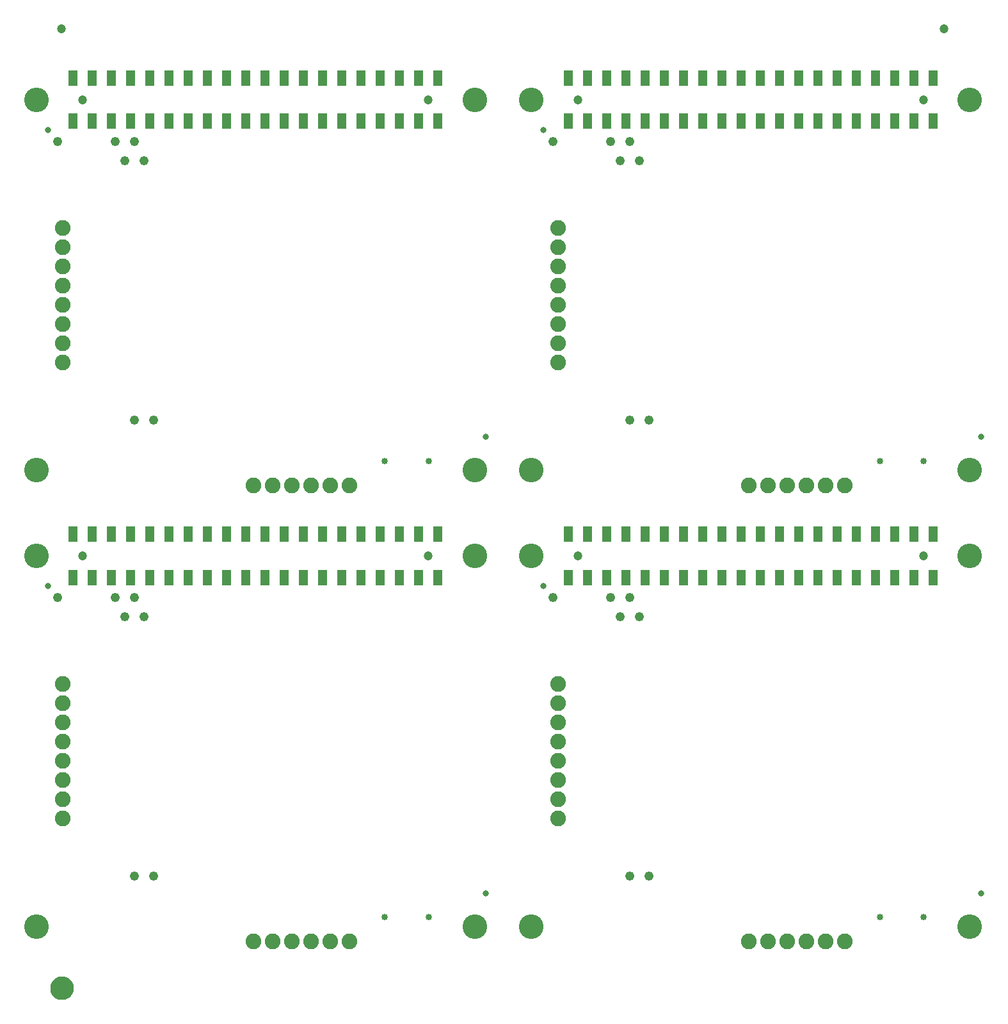
<source format=gbs>
G04 EAGLE Gerber RS-274X export*
G75*
%MOMM*%
%FSLAX34Y34*%
%LPD*%
%INSoldermask Bottom*%
%IPPOS*%
%AMOC8*
5,1,8,0,0,1.08239X$1,22.5*%
G01*
%ADD10C,0.853200*%
%ADD11R,1.223200X2.073200*%
%ADD12C,1.203200*%
%ADD13C,3.251200*%
%ADD14C,0.838200*%
%ADD15C,2.082800*%
%ADD16C,1.219200*%
%ADD17C,1.270000*%
%ADD18C,1.703200*%


D10*
X496100Y47340D03*
X553900Y47340D03*
D11*
X83720Y496285D03*
X83720Y553435D03*
X109120Y496285D03*
X109120Y553435D03*
X134520Y496285D03*
X134520Y553435D03*
X159920Y496285D03*
X159920Y553435D03*
X185320Y496285D03*
X185320Y553435D03*
X210720Y496285D03*
X210720Y553435D03*
X236120Y496285D03*
X236120Y553435D03*
X261520Y496285D03*
X261520Y553435D03*
X286920Y496285D03*
X286920Y553435D03*
X312320Y496285D03*
X312320Y553435D03*
X337720Y496285D03*
X337720Y553435D03*
X363120Y496285D03*
X363120Y553435D03*
X388520Y496285D03*
X388520Y553435D03*
X413920Y496285D03*
X413920Y553435D03*
X439320Y496285D03*
X439320Y553435D03*
X464720Y496285D03*
X464720Y553435D03*
X490120Y496285D03*
X490120Y553435D03*
X515520Y496285D03*
X515520Y553435D03*
X540920Y496285D03*
X540920Y553435D03*
X566320Y496285D03*
X566320Y553435D03*
D12*
X96420Y524860D03*
X553620Y524860D03*
D13*
X35000Y35000D03*
X615000Y35000D03*
X35000Y525000D03*
X615000Y525000D03*
D14*
X629732Y79018D03*
X50480Y485080D03*
D15*
X322500Y15000D03*
X347900Y15000D03*
X373300Y15000D03*
X398700Y15000D03*
X424100Y15000D03*
X449500Y15000D03*
D16*
X139700Y469900D03*
X165100Y469900D03*
X177800Y444500D03*
X152400Y444500D03*
X63500Y469900D03*
X190500Y101600D03*
X165100Y101600D03*
D15*
X70000Y355500D03*
X70000Y330100D03*
X70000Y304700D03*
X70000Y279300D03*
X70000Y253900D03*
X70000Y228500D03*
X70000Y203100D03*
X70000Y177700D03*
D10*
X1151191Y47340D03*
X1208991Y47340D03*
D11*
X738811Y496285D03*
X738811Y553435D03*
X764211Y496285D03*
X764211Y553435D03*
X789611Y496285D03*
X789611Y553435D03*
X815011Y496285D03*
X815011Y553435D03*
X840411Y496285D03*
X840411Y553435D03*
X865811Y496285D03*
X865811Y553435D03*
X891211Y496285D03*
X891211Y553435D03*
X916611Y496285D03*
X916611Y553435D03*
X942011Y496285D03*
X942011Y553435D03*
X967411Y496285D03*
X967411Y553435D03*
X992811Y496285D03*
X992811Y553435D03*
X1018211Y496285D03*
X1018211Y553435D03*
X1043611Y496285D03*
X1043611Y553435D03*
X1069011Y496285D03*
X1069011Y553435D03*
X1094411Y496285D03*
X1094411Y553435D03*
X1119811Y496285D03*
X1119811Y553435D03*
X1145211Y496285D03*
X1145211Y553435D03*
X1170611Y496285D03*
X1170611Y553435D03*
X1196011Y496285D03*
X1196011Y553435D03*
X1221411Y496285D03*
X1221411Y553435D03*
D12*
X751511Y524860D03*
X1208711Y524860D03*
D13*
X690091Y35000D03*
X1270091Y35000D03*
X690091Y525000D03*
X1270091Y525000D03*
D14*
X1284823Y79018D03*
X705571Y485080D03*
D15*
X977591Y15000D03*
X1002991Y15000D03*
X1028391Y15000D03*
X1053791Y15000D03*
X1079191Y15000D03*
X1104591Y15000D03*
D16*
X794791Y469900D03*
X820191Y469900D03*
X832891Y444500D03*
X807491Y444500D03*
X718591Y469900D03*
X845591Y101600D03*
X820191Y101600D03*
D15*
X725091Y355500D03*
X725091Y330100D03*
X725091Y304700D03*
X725091Y279300D03*
X725091Y253900D03*
X725091Y228500D03*
X725091Y203100D03*
X725091Y177700D03*
D10*
X496100Y650438D03*
X553900Y650438D03*
D11*
X83720Y1099383D03*
X83720Y1156533D03*
X109120Y1099383D03*
X109120Y1156533D03*
X134520Y1099383D03*
X134520Y1156533D03*
X159920Y1099383D03*
X159920Y1156533D03*
X185320Y1099383D03*
X185320Y1156533D03*
X210720Y1099383D03*
X210720Y1156533D03*
X236120Y1099383D03*
X236120Y1156533D03*
X261520Y1099383D03*
X261520Y1156533D03*
X286920Y1099383D03*
X286920Y1156533D03*
X312320Y1099383D03*
X312320Y1156533D03*
X337720Y1099383D03*
X337720Y1156533D03*
X363120Y1099383D03*
X363120Y1156533D03*
X388520Y1099383D03*
X388520Y1156533D03*
X413920Y1099383D03*
X413920Y1156533D03*
X439320Y1099383D03*
X439320Y1156533D03*
X464720Y1099383D03*
X464720Y1156533D03*
X490120Y1099383D03*
X490120Y1156533D03*
X515520Y1099383D03*
X515520Y1156533D03*
X540920Y1099383D03*
X540920Y1156533D03*
X566320Y1099383D03*
X566320Y1156533D03*
D12*
X96420Y1127958D03*
X553620Y1127958D03*
D13*
X35000Y638098D03*
X615000Y638098D03*
X35000Y1128098D03*
X615000Y1128098D03*
D14*
X629732Y682116D03*
X50480Y1088178D03*
D15*
X322500Y618098D03*
X347900Y618098D03*
X373300Y618098D03*
X398700Y618098D03*
X424100Y618098D03*
X449500Y618098D03*
D16*
X139700Y1072998D03*
X165100Y1072998D03*
X177800Y1047598D03*
X152400Y1047598D03*
X63500Y1072998D03*
X190500Y704698D03*
X165100Y704698D03*
D15*
X70000Y958598D03*
X70000Y933198D03*
X70000Y907798D03*
X70000Y882398D03*
X70000Y856998D03*
X70000Y831598D03*
X70000Y806198D03*
X70000Y780798D03*
D10*
X1151191Y650438D03*
X1208991Y650438D03*
D11*
X738811Y1099383D03*
X738811Y1156533D03*
X764211Y1099383D03*
X764211Y1156533D03*
X789611Y1099383D03*
X789611Y1156533D03*
X815011Y1099383D03*
X815011Y1156533D03*
X840411Y1099383D03*
X840411Y1156533D03*
X865811Y1099383D03*
X865811Y1156533D03*
X891211Y1099383D03*
X891211Y1156533D03*
X916611Y1099383D03*
X916611Y1156533D03*
X942011Y1099383D03*
X942011Y1156533D03*
X967411Y1099383D03*
X967411Y1156533D03*
X992811Y1099383D03*
X992811Y1156533D03*
X1018211Y1099383D03*
X1018211Y1156533D03*
X1043611Y1099383D03*
X1043611Y1156533D03*
X1069011Y1099383D03*
X1069011Y1156533D03*
X1094411Y1099383D03*
X1094411Y1156533D03*
X1119811Y1099383D03*
X1119811Y1156533D03*
X1145211Y1099383D03*
X1145211Y1156533D03*
X1170611Y1099383D03*
X1170611Y1156533D03*
X1196011Y1099383D03*
X1196011Y1156533D03*
X1221411Y1099383D03*
X1221411Y1156533D03*
D12*
X751511Y1127958D03*
X1208711Y1127958D03*
D13*
X690091Y638098D03*
X1270091Y638098D03*
X690091Y1128098D03*
X1270091Y1128098D03*
D14*
X1284823Y682116D03*
X705571Y1088178D03*
D15*
X977591Y618098D03*
X1002991Y618098D03*
X1028391Y618098D03*
X1053791Y618098D03*
X1079191Y618098D03*
X1104591Y618098D03*
D16*
X794791Y1072998D03*
X820191Y1072998D03*
X832891Y1047598D03*
X807491Y1047598D03*
X718591Y1072998D03*
X845591Y704698D03*
X820191Y704698D03*
D15*
X725091Y958598D03*
X725091Y933198D03*
X725091Y907798D03*
X725091Y882398D03*
X725091Y856998D03*
X725091Y831598D03*
X725091Y806198D03*
X725091Y780798D03*
D12*
X68580Y1222070D03*
X1235862Y1222070D03*
D17*
X59525Y-46355D02*
X59528Y-46133D01*
X59536Y-45911D01*
X59550Y-45689D01*
X59569Y-45467D01*
X59593Y-45247D01*
X59623Y-45026D01*
X59658Y-44807D01*
X59699Y-44588D01*
X59745Y-44371D01*
X59796Y-44155D01*
X59853Y-43940D01*
X59915Y-43726D01*
X59982Y-43515D01*
X60054Y-43304D01*
X60132Y-43096D01*
X60214Y-42890D01*
X60302Y-42686D01*
X60394Y-42483D01*
X60492Y-42284D01*
X60594Y-42087D01*
X60701Y-41892D01*
X60813Y-41700D01*
X60930Y-41511D01*
X61051Y-41324D01*
X61177Y-41141D01*
X61307Y-40961D01*
X61442Y-40784D01*
X61580Y-40611D01*
X61723Y-40441D01*
X61871Y-40274D01*
X62022Y-40111D01*
X62177Y-39952D01*
X62336Y-39797D01*
X62499Y-39646D01*
X62666Y-39498D01*
X62836Y-39355D01*
X63009Y-39217D01*
X63186Y-39082D01*
X63366Y-38952D01*
X63549Y-38826D01*
X63736Y-38705D01*
X63925Y-38588D01*
X64117Y-38476D01*
X64312Y-38369D01*
X64509Y-38267D01*
X64708Y-38169D01*
X64911Y-38077D01*
X65115Y-37989D01*
X65321Y-37907D01*
X65529Y-37829D01*
X65740Y-37757D01*
X65951Y-37690D01*
X66165Y-37628D01*
X66380Y-37571D01*
X66596Y-37520D01*
X66813Y-37474D01*
X67032Y-37433D01*
X67251Y-37398D01*
X67472Y-37368D01*
X67692Y-37344D01*
X67914Y-37325D01*
X68136Y-37311D01*
X68358Y-37303D01*
X68580Y-37300D01*
X68802Y-37303D01*
X69024Y-37311D01*
X69246Y-37325D01*
X69468Y-37344D01*
X69688Y-37368D01*
X69909Y-37398D01*
X70128Y-37433D01*
X70347Y-37474D01*
X70564Y-37520D01*
X70780Y-37571D01*
X70995Y-37628D01*
X71209Y-37690D01*
X71420Y-37757D01*
X71631Y-37829D01*
X71839Y-37907D01*
X72045Y-37989D01*
X72249Y-38077D01*
X72452Y-38169D01*
X72651Y-38267D01*
X72848Y-38369D01*
X73043Y-38476D01*
X73235Y-38588D01*
X73424Y-38705D01*
X73611Y-38826D01*
X73794Y-38952D01*
X73974Y-39082D01*
X74151Y-39217D01*
X74324Y-39355D01*
X74494Y-39498D01*
X74661Y-39646D01*
X74824Y-39797D01*
X74983Y-39952D01*
X75138Y-40111D01*
X75289Y-40274D01*
X75437Y-40441D01*
X75580Y-40611D01*
X75718Y-40784D01*
X75853Y-40961D01*
X75983Y-41141D01*
X76109Y-41324D01*
X76230Y-41511D01*
X76347Y-41700D01*
X76459Y-41892D01*
X76566Y-42087D01*
X76668Y-42284D01*
X76766Y-42483D01*
X76858Y-42686D01*
X76946Y-42890D01*
X77028Y-43096D01*
X77106Y-43304D01*
X77178Y-43515D01*
X77245Y-43726D01*
X77307Y-43940D01*
X77364Y-44155D01*
X77415Y-44371D01*
X77461Y-44588D01*
X77502Y-44807D01*
X77537Y-45026D01*
X77567Y-45247D01*
X77591Y-45467D01*
X77610Y-45689D01*
X77624Y-45911D01*
X77632Y-46133D01*
X77635Y-46355D01*
X77632Y-46577D01*
X77624Y-46799D01*
X77610Y-47021D01*
X77591Y-47243D01*
X77567Y-47463D01*
X77537Y-47684D01*
X77502Y-47903D01*
X77461Y-48122D01*
X77415Y-48339D01*
X77364Y-48555D01*
X77307Y-48770D01*
X77245Y-48984D01*
X77178Y-49195D01*
X77106Y-49406D01*
X77028Y-49614D01*
X76946Y-49820D01*
X76858Y-50024D01*
X76766Y-50227D01*
X76668Y-50426D01*
X76566Y-50623D01*
X76459Y-50818D01*
X76347Y-51010D01*
X76230Y-51199D01*
X76109Y-51386D01*
X75983Y-51569D01*
X75853Y-51749D01*
X75718Y-51926D01*
X75580Y-52099D01*
X75437Y-52269D01*
X75289Y-52436D01*
X75138Y-52599D01*
X74983Y-52758D01*
X74824Y-52913D01*
X74661Y-53064D01*
X74494Y-53212D01*
X74324Y-53355D01*
X74151Y-53493D01*
X73974Y-53628D01*
X73794Y-53758D01*
X73611Y-53884D01*
X73424Y-54005D01*
X73235Y-54122D01*
X73043Y-54234D01*
X72848Y-54341D01*
X72651Y-54443D01*
X72452Y-54541D01*
X72249Y-54633D01*
X72045Y-54721D01*
X71839Y-54803D01*
X71631Y-54881D01*
X71420Y-54953D01*
X71209Y-55020D01*
X70995Y-55082D01*
X70780Y-55139D01*
X70564Y-55190D01*
X70347Y-55236D01*
X70128Y-55277D01*
X69909Y-55312D01*
X69688Y-55342D01*
X69468Y-55366D01*
X69246Y-55385D01*
X69024Y-55399D01*
X68802Y-55407D01*
X68580Y-55410D01*
X68358Y-55407D01*
X68136Y-55399D01*
X67914Y-55385D01*
X67692Y-55366D01*
X67472Y-55342D01*
X67251Y-55312D01*
X67032Y-55277D01*
X66813Y-55236D01*
X66596Y-55190D01*
X66380Y-55139D01*
X66165Y-55082D01*
X65951Y-55020D01*
X65740Y-54953D01*
X65529Y-54881D01*
X65321Y-54803D01*
X65115Y-54721D01*
X64911Y-54633D01*
X64708Y-54541D01*
X64509Y-54443D01*
X64312Y-54341D01*
X64117Y-54234D01*
X63925Y-54122D01*
X63736Y-54005D01*
X63549Y-53884D01*
X63366Y-53758D01*
X63186Y-53628D01*
X63009Y-53493D01*
X62836Y-53355D01*
X62666Y-53212D01*
X62499Y-53064D01*
X62336Y-52913D01*
X62177Y-52758D01*
X62022Y-52599D01*
X61871Y-52436D01*
X61723Y-52269D01*
X61580Y-52099D01*
X61442Y-51926D01*
X61307Y-51749D01*
X61177Y-51569D01*
X61051Y-51386D01*
X60930Y-51199D01*
X60813Y-51010D01*
X60701Y-50818D01*
X60594Y-50623D01*
X60492Y-50426D01*
X60394Y-50227D01*
X60302Y-50024D01*
X60214Y-49820D01*
X60132Y-49614D01*
X60054Y-49406D01*
X59982Y-49195D01*
X59915Y-48984D01*
X59853Y-48770D01*
X59796Y-48555D01*
X59745Y-48339D01*
X59699Y-48122D01*
X59658Y-47903D01*
X59623Y-47684D01*
X59593Y-47463D01*
X59569Y-47243D01*
X59550Y-47021D01*
X59536Y-46799D01*
X59528Y-46577D01*
X59525Y-46355D01*
D18*
X68580Y-46355D03*
M02*

</source>
